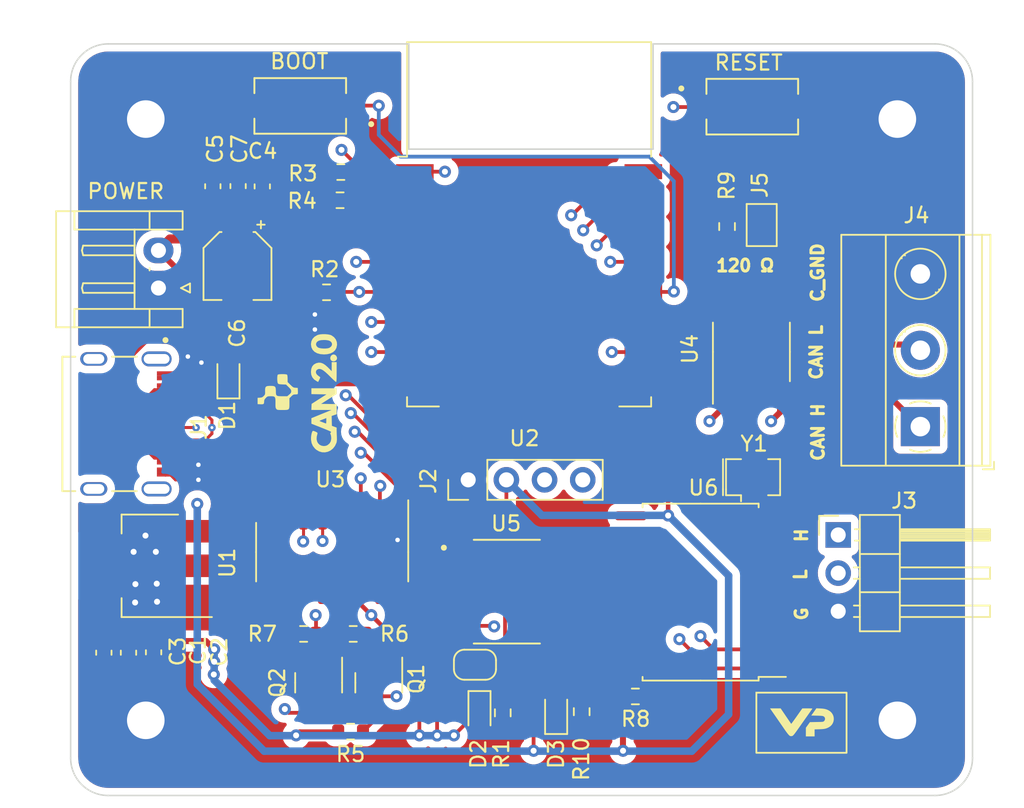
<source format=kicad_pcb>
(kicad_pcb (version 20211014) (generator pcbnew)
  (layers (0 "F.Cu" mixed) (1 "In1.Cu" signal) (2 "In2.Cu" power) (31 "B.Cu" power) (34 "B.Paste" user) (35 "F.Paste" user) (36 "B.SilkS" user "B.Silkscreen") (37 "F.SilkS" user "F.Silkscreen") (38 "B.Mask" user) (39 "F.Mask" user) (44 "Edge.Cuts" user))
  (net 0 "")
  (net 1 "GND")
  (net 2 "+3V3")
  (net 3 "VBUS")
  (net 4 "Net-(J1-PadA4)")
  (net 5 "Net-(D2-Pad1)")
  (net 6 "Net-(D3-Pad1)")
  (net 8 "D+")
  (net 9 "D-")
  (net 13 "GPIO5")
  (net 14 "GPIO4")
  (net 15 "CAN_H")
  (net 16 "CAN_L")
  (net 17 "Net-(JP1-Pad1)")
  (net 18 "DTR")
  (net 19 "Net-(Q1-Pad2)")
  (net 20 "GPIO0")
  (net 21 "RST")
  (net 22 "Net-(Q2-Pad2)")
  (net 23 "RTS")
  (net 24 "GPIO14")
  (net 25 "EN")
  (net 26 "Net-(R8-Pad2)")
  (net 27 "ADC")
  (net 28 "GPIO16")
  (net 29 "GPIO12")
  (net 30 "GPIO13")
  (net 31 "MISO")
  (net 32 "MOSI")
  (net 33 "GPIO15")
  (net 34 "GPIO2")
  (net 35 "GPIO3")
  (net 36 "GPIO1")
  (net 44 "CTX")
  (net 45 "CRX")
  (net 50 "INT")
  (net 51 "SCK")
  (net 52 "CS")
  (net 60 "Net-(U6-Pad7)")
  (net 61 "Net-(U6-Pad8)")
  (net 65 "Net-(J5-Pad1)")
  (footprint "Package_TO_SOT_SMD:SOT-23" (layer "F.Cu") (at 94 117.5 -90)
    (fp_text reference "Q2")
    (fp_text value "S8050")
  )
  (footprint "TerminalBlock_Phoenix:TerminalBlock_Phoenix_MKDS-1,5-3-5.08_1x03_P5.08mm_Horizontal" (layer "F.Cu") (at 134.03 100.46 90)
    (fp_text reference "J4")
    (fp_text value "SCR_CAN")
  )
  (footprint "MountingHole:MountingHole_2.5mm_Pad_TopBottom" (layer "F.Cu") (at 132.5 80)
    (fp_text reference "H4" hide)
    (fp_text value "MountingHole_Pad")
  )
  (footprint "Capacitor_SMD:C_0603_1608Metric" (layer "F.Cu") (at 79.71 115.5 90)
    (fp_text reference "C3")
    (fp_text value "0.1uF")
  )
  (footprint "Resistor_SMD:R_0603_1608Metric" (layer "F.Cu") (at 95.425 85.4 180)
    (fp_text reference "R4")
    (fp_text value "10K")
  )
  (footprint "Jumper:SolderJumper-2_P1.3mm_Open_RoundedPad1.0x1.5mm" (layer "F.Cu") (at 104.4 116.3)
    (fp_text reference "JP1" hide)
    (fp_text value "OE")
  )
  (footprint "Resistor_SMD:R_0603_1608Metric" (layer "F.Cu") (at 95.475 83.525 180)
    (fp_text reference "R3")
    (fp_text value "10K")
  )
  (footprint "Capacitor_SMD:CP_Elec_4x3" (layer "F.Cu") (at 88.6 89.775 -90)
    (fp_text reference "C6")
    (fp_text value "10uFE/16V")
  )
  (footprint "Custom_logos_Footprints:CAN_LOGO" (layer "F.Cu") (at 94.45 98.13 90)
    (fp_text reference "G***" hide)
    (fp_text value "LOGO" hide)
  )
  (footprint "Capacitor_SMD:C_0603_1608Metric" (layer "F.Cu") (at 90.25 84.48 -90)
    (fp_text reference "C4")
    (fp_text value "100nF")
  )
  (footprint "Resistor_SMD:R_0603_1608Metric" (layer "F.Cu") (at 121.17 87.15 90)
    (fp_text reference "R9")
    (fp_text value "120R")
  )
  (footprint "Connector_PinHeader_2.54mm:PinHeader_1x03_P2.54mm_Horizontal" (layer "F.Cu") (at 128.565 107.665)
    (fp_text reference "J3")
    (fp_text value "JUMP_CAN")
  )
  (footprint "Capacitor_SMD:C_0603_1608Metric" (layer "F.Cu") (at 88.64 84.46 90)
    (fp_text reference "C7")
    (fp_text value "0.1uF")
  )
  (footprint "Resistor_SMD:R_0603_1608Metric" (layer "F.Cu") (at 96.125 120.75 180)
    (fp_text reference "R5")
    (fp_text value "10K")
  )
  (footprint "Package_TO_SOT_SMD:SOT-223-3_TabPin2" (layer "F.Cu") (at 82.8 109.72 180)
    (fp_text reference "U1")
    (fp_text value "LD1117S12TR_SOT223")
  )
  (footprint "MountingHole:MountingHole_2.5mm_Pad_TopBottom" (layer "F.Cu") (at 82.5 120)
    (fp_text reference "H2" hide)
    (fp_text value "MountingHole_Pad")
  )
  (footprint "Resistor_SMD:R_0603_1608Metric" (layer "F.Cu") (at 111.5 119.425 -90)
    (fp_text reference "R10")
    (fp_text value "10K")
  )
  (footprint "MountingHole:MountingHole_2.5mm_Pad_TopBottom" (layer "F.Cu") (at 132.5 120)
    (fp_text reference "H3" hide)
    (fp_text value "MountingHole_Pad")
  )
  (footprint "Package_SO:SOIC-16_3.9x9.9mm_P1.27mm" (layer "F.Cu") (at 94.9 108.81 -90)
    (fp_text reference "U3")
    (fp_text value "CH340C")
  )
  (footprint "Diode_SMD:D_0603_1608Metric" (layer "F.Cu") (at 88 97.1 90)
    (fp_text reference "D1")
    (fp_text value "SS34")
  )
  (footprint "Package_SO:SOIC-18W_7.5x11.6mm_P1.27mm" (layer "F.Cu") (at 119.41 111.47 180)
    (fp_text reference "U6")
    (fp_text value "MCP2515-xSO")
  )
  (footprint "LED_SMD:LED_0603_1608Metric" (layer "F.Cu") (at 109.8 119.425 90)
    (fp_text reference "D3")
    (fp_text value "LED")
  )
  (footprint "Connector_PinHeader_2.54mm:PinHeader_1x04_P2.54mm_Vertical" (layer "F.Cu") (at 103.95 104 90)
    (fp_text reference "J2")
    (fp_text value "I2C")
  )
  (footprint "MountingHole:MountingHole_2.5mm_Pad_TopBottom" (layer "F.Cu") (at 82.5 80)
    (fp_text reference "H1" hide)
    (fp_text value "MountingHole_Pad")
  )
  (footprint "Jumper:SolderJumper-2_P1.3mm_Open_TrianglePad1.0x1.5mm" (layer "F.Cu") (at 123.475 87.05 -90)
    (fp_text reference "J5")
    (fp_text value "120R_T")
  )
  (footprint "Custom_Footprints:SW_TS09-63-25-WT-260-SMT-TR" (layer "F.Cu") (at 122.8475 79.175)
    (fp_text reference "RESET")
    (fp_text value "NRST")
  )
  (footprint "Capacitor_SMD:C_0603_1608Metric" (layer "F.Cu") (at 86.96 84.47 90)
    (fp_text reference "C5")
    (fp_text value "0.1uF")
  )
  (footprint "LED_SMD:LED_0603_1608Metric" (layer "F.Cu") (at 104.7 119.5375 -90)
    (fp_text reference "D2")
    (fp_text value "LED")
  )
  (footprint "Connector_JST:JST_EH_S2B-EH_1x02_P2.50mm_Horizontal" (layer "F.Cu") (at 83.3425 91.24 90)
    (fp_text reference "POWER")
    (fp_text value "PW_IN")
  )
  (footprint "Resistor_SMD:R_0603_1608Metric" (layer "F.Cu") (at 96.3 114.25)
    (fp_text reference "R6")
    (fp_text value "10K")
  )
  (footprint "Resistor_SMD:R_0603_1608Metric" (layer "F.Cu") (at 94.525 91.525)
    (fp_text reference "R2")
    (fp_text value "10K")
  )
  (footprint "Resistor_SMD:R_0603_1608Metric" (layer "F.Cu") (at 115.07 118.41)
    (fp_text reference "R8")
    (fp_text value "10K")
  )
  (footprint "Custom_logos_Footprints:DESIGNBY" (layer "F.Cu") (at 126.12 120.16)
    (fp_text reference "G***" hide)
    (fp_text value "LOGO" hide)
  )
  (footprint "Package_SO:SOIC-8_3.9x4.9mm_P1.27mm" (layer "F.Cu") (at 122.79 95.49 90)
    (fp_text reference "U4")
    (fp_text value "TJA1050")
  )
  (footprint "Resistor_SMD:R_0603_1608Metric" (layer "F.Cu") (at 106.25 119.5 90)
    (fp_text reference "R1")
    (fp_text value "10K")
  )
  (footprint "Capacitor_SMD:C_0603_1608Metric" (layer "F.Cu") (at 81.35 115.5 90)
    (fp_text reference "C1")
    (fp_text value "22uF")
  )
  (footprint "Capacitor_SMD:C_0603_1608Metric" (layer "F.Cu") (at 83.02 115.475 90)
    (fp_text reference "C2")
    (fp_text value "10uF")
  )
  (footprint "Custom_Footprints:SW_TS09-63-25-WT-260-SMT-TR" (layer "F.Cu") (at 92.775 79.125 180)
    (fp_text reference "BOOT")
    (fp_text value "BOOT0")
  )
  (footprint "Crystal:Resonator_SMD_Murata_CSTxExxV-3Pin_3.0x1.1mm" (layer "F.Cu") (at 122.9 103.825)
    (fp_text reference "Y1")
    (fp_text value "8MHz/22pF")
  )
  (footprint "Custom_Footprints:VALCON_CSP-USC16-TR" (layer "F.Cu") (at 83.81 100.28075 -90)
    (fp_text reference "J1")
    (fp_text value "USB_C")
  )
  (footprint "Custom_Footprints:SOP65P640X120-20N" (layer "F.Cu") (at 106.52 111.44)
    (fp_text reference "U5")
    (fp_text value "TXB0108PWR")
  )
  (footprint "Package_TO_SOT_SMD:SOT-23" (layer "F.Cu") (at 98 117.5 -90)
    (fp_text reference "Q1")
    (fp_text value "S8050")
  )
  (footprint "RF_Module:ESP-12E" (layer "F.Cu") (at 108 87)
    (fp_text reference "U2")
    (fp_text value "ESP-12F")
  )
  (footprint "Resistor_SMD:R_0603_1608Metric" (layer "F.Cu") (at 93 114.25 180)
    (fp_text reference "R7")
    (fp_text value "10K")
  )
  (gr_line (start 100 75) (end 80 75) (layer "Edge.Cuts") (width 0.1))
  (gr_arc locked (start 80 125) (mid 78.232233 124.267767) (end 77.5 122.5) (layer "Edge.Cuts") (width 0.1))
  (gr_line (start 116.25 75) (end 116.25 82) (layer "Edge.Cuts") (width 0.1))
  (gr_line (start 116.25 75) (end 135 75) (layer "Edge.Cuts") (width 0.1))
  (gr_line (start 100 82) (end 116.25 82) (layer "Edge.Cuts") (width 0.1))
  (gr_arc locked (start 77.5 77.5) (mid 78.232233 75.732233) (end 80 75) (layer "Edge.Cuts") (width 0.1))
  (gr_line (start 100 82) (end 100 75) (layer "Edge.Cuts") (width 0.1))
  (gr_line locked (start 77.5 122.5) (end 77.5 77.5) (layer "Edge.Cuts") (width 0.1))
  (gr_arc locked (start 135 75) (mid 136.767767 75.732233) (end 137.5 77.5) (layer "Edge.Cuts") (width 0.1))
  (gr_line locked (start 137.5 77.5) (end 137.5 122.5) (layer "Edge.Cuts") (width 0.1))
  (gr_arc locked (start 137.5 122.5) (mid 136.767767 124.267767) (end 135 125) (layer "Edge.Cuts") (width 0.1))
  (gr_line locked (start 135 125) (end 80 125) (layer "Edge.Cuts") (width 0.1))
  (gr_text "L" (at 126.06 110.31 90) (layer "F.SilkS") (effects (font (size 0.8 0.8) (thickness 0.2))))
  (gr_text "CAN L\n" (at 127.1 95.52 90) (layer "F.SilkS") (effects (font (size 0.8 0.8) (thickness 0.2))))
  (gr_text "120 Ω" (at 122.38 89.75) (layer "F.SilkS") (effects (font (size 0.8 0.8) (thickness 0.2))))
  (gr_text "G" (at 126.13 112.92 90) (layer "F.SilkS") (effects (font (size 0.8 0.8) (thickness 0.2))))
  (gr_text "H" (at 126.12 107.69 90) (layer "F.SilkS") (effects (font (size 0.8 0.8) (thickness 0.2))))
  (gr_text "C_GND" (at 127.19 90.21 90) (layer "F.SilkS") (effects (font (size 0.8 0.8) (thickness 0.2))))
  (gr_text "CAN H" (at 127.22 100.83 90) (layer "F.SilkS") (effects (font (size 0.8 0.8) (thickness 0.2))))
  (segment (start 83.81 103.33075) (end 84.679022 103.33075) (width 0.25) (layer "F.Cu") (net 1))
  (segment (start 85.3 96.6) (end 84.96925 96.93075) (width 0.2) (layer "F.Cu") (net 1))
  (segment (start 85.3 95.8) (end 85.3 96.6) (width 0.2) (layer "F.Cu") (net 1))
  (segment (start 83.81 103.63075) (end 83.81 103.33075) (width 0.2) (layer "F.Cu") (net 1))
  (segment (start 85.009772 103) (end 86 103) (width 0.25) (layer "F.Cu") (net 1))
  (segment (start 83.81 103.33075) (end 84.47925 104) (width 0.2) (layer "F.Cu") (net 1))
  (segment (start 86.2 96.2) (end 85.16925 97.23075) (width 0.2) (layer "F.Cu") (net 1))
  (segment (start 83.81 103.63075) (end 83.81 103.69) (width 0.2) (layer "F.Cu") (net 1))
  (segment (start 84.47925 104) (end 86 104) (width 0.2) (layer "F.Cu") (net 1))
  (segment (start 84.96925 96.93075) (end 83.81 96.93075) (width 0.2) (layer "F.Cu") (net 1))
  (segment (start 84.679022 103.33075) (end 85.009772 103) (width 0.25) (layer "F.Cu") (net 1))
  (segment (start 85.16925 97.23075) (end 83.81 97.23075) (width 0.2) (layer "F.Cu") (net 1))
  (via (at 86.2 96.2) (size 0.65) (drill 0.3) (layers "F.Cu" "B.Cu") (net 1))
  (via (at 81.81 110.94) (size 0.8) (drill 0.4) (layers "F.Cu" "B.Cu") (net 1))
  (via (at 85.3 95.8) (size 0.65) (drill 0.3) (layers "F.Cu" "B.Cu") (net 1))
  (via (at 86 103) (size 0.65) (drill 0.3) (layers "F.Cu" "B.Cu") (net 1))
  (via (at 81.69 108.79) (size 0.8) (drill 0.4) (layers "F.Cu" "B.Cu") (net 1))
  (via (at 93.75 94) (size 0.65) (drill 0.3) (layers "F.Cu" "B.Cu") (net 1))
  (via (at 99.25 108) (size 0.65) (drill 0.3) (layers "F.Cu" "B.Cu") (net 1))
  (via (at 93.75 93) (size 0.65) (drill 0.3) (layers "F.Cu" "B.Cu") (net 1))
  (via (at 83.25 112.11) (size 0.8) (drill 0.4) (layers "F.Cu" "B.Cu") (net 1))
  (via (at 86 104) (size 0.65) (drill 0.3) (layers "F.Cu" "B.Cu") (net 1))
  (via (at 81.79 112.16) (size 0.8) (drill 0.4) (layers "F.Cu" "B.Cu") (net 1))
  (via (at 83.23 110.91) (size 0.8) (drill 0.4) (layers "F.Cu" "B.Cu") (net 1))
  (via (at 82.48 107.71) (size 0.8) (drill 0.4) (layers "F.Cu" "B.Cu") (net 1))
  (via (at 83.17 108.79) (size 0.8) (drill 0.4) (layers "F.Cu" "B.Cu") (net 1))
  (segment (start 101.88 121.01) (end 101.88 119.87894) (width 0.25) (layer "F.Cu") (net 2))
  (segment (start 82.525 114.725) (end 86.5 114.725) (width 0.4) (layer "F.Cu") (net 2))
  (segment (start 85.95 109.72) (end 87.28 109.72) (width 0.5) (layer "F.Cu") (net 2))
  (segment (start 81.48 109.72) (end 85.95 109.72) (width 0.4) (layer "F.Cu") (net 2))
  (segment (start 87.025 116.95) (end 87.05 116.975) (width 0.4) (layer "F.Cu") (net 2))
  (segment (start 95.535 107.745) (end 95.535 106.335) (width 0.25) (layer "F.Cu") (net 2))
  (segment (start 88.75 108.25) (end 88.75 102.35) (width 0.5) (layer "F.Cu") (net 2))
  (segment (start 100.7 121) (end 100.7 114) (width 0.25) (layer "F.Cu") (net 2))
  (segment (start 106.4 111.386081) (end 106.4 114.95) (width 0.25) (layer "F.Cu") (net 2))
  (segment (start 79.71 114.725) (end 82.525 114.725) (width 0.4) (layer "F.Cu") (net 2))
  (segment (start 106.4 114.95) (end 105.05 116.3) (width 0.25) (layer "F.Cu") (net 2))
  (segment (start 92.4 94.9) (end 95.025 97.525) (width 0.25) (layer "F.Cu") (net 2))
  (segment (start 88.75 102.35) (end 93.575 97.525) (width 0.5) (layer "F.Cu") (net 2))
  (segment (start 100.7 114) (end 99.345 112.645) (width 0.25) (layer "F.Cu") (net 2))
  (segment (start 95.025 97.525) (end 100.375 97.525) (width 0.5) (layer "F.Cu") (net 2))
  (segment (start 93.575 97.525) (end 95.025 97.525) (width 0.5) (layer "F.Cu") (net 2))
  (segment (start 105.05 116.70894) (end 105.05 116.3) (width 0.25) (layer "F.Cu") (net 2))
  (segment (start 87.28 109.72) (end 88.75 108.25) (width 0.5) (layer "F.Cu") (net 2))
  (segment (start 87.05 115.275) (end 87.05 116.1) (width 0.4) (layer "F.Cu") (net 2))
  (segment (start 101.88 119.87894) (end 105.05 116.70894) (width 0.25) (layer "F.Cu") (net 2))
  (segment (start 86.5 114.725) (end 87.05 115.275) (width 0.4) (layer "F.Cu") (net 2))
  (segment (start 94.6 87.1) (end 92.4 89.3) (width 0.25) (layer "F.Cu") (net 2))
  (segment (start 103 121) (end 103.675 120.325) (width 0.25) (layer "F.Cu") (net 2))
  (segment (start 99.345 111.285) (end 99.345 109.805) (width 0.25) (layer "F.Cu") (net 2))
  (segment (start 99.345 112.645) (end 99.345 111.285) (width 0.25) (layer "F.Cu") (net 2))
  (segment (start 92.5 121) (end 92.75 120.75) (width 0.3) (layer "F.Cu") (net 2))
  (segment (start 79.65 109.72) (end 81.48 109.72) (width 0.4) (layer "F.Cu") (net 2))
  (segment (start 87.05 116.925) (end 87.025 116.95) (width 0.4) (layer "F.Cu") (net 2))
  (segment (start 92.75 120.75) (end 95.3 120.75) (width 0.3) (layer "F.Cu") (net 2))
  (segment (start 100.375 97.525) (end 100.4 97.5) (width 0.4) (layer "F.Cu") (net 2))
  (segment (start 94.65 83.525) (end 94.65 85.35) (width 0.25) (layer "F.Cu") (net 2))
  (segment (start 87.05 116.1) (end 87.05 116.925) (width 0.4) (layer "F.Cu") (net 2))
  (segment (start 109.39 109.165) (end 108.621081 109.165) (width 0.25) (layer "F.Cu") (net 2))
  (segment (start 82.995 114.725) (end 83.02 114.7) (width 0.4) (layer "F.Cu") (net 2))
  (segment (start 79.65 109.72) (end 79.65 113.025) (width 0.4) (layer "F.Cu") (net 2))
  (segment (start 92.4 89.3) (end 92.4 94.9) (width 0.25) (layer "F.Cu") (net 2))
  (segment (start 99.345 109.805) (end 98.29 108.75) (width 0.25) (layer "F.Cu") (net 2))
  (segment (start 94.6 85.4) (end 94.6 87.1) (width 0.25) (layer "F.Cu") (net 2))
  (segment (start 79.65 113.025) (end 81.35 114.725) (width 0.4) (layer "F.Cu") (net 2))
  (segment (start 108.621081 109.165) (end 106.4 111.386081) (width 0.25) (layer "F.Cu") (net 2))
  (segment (start 94.65 85.35) (end 94.6 85.4) (width 0.25) (layer "F.Cu") (net 2))
  (segment (start 98.29 108.75) (end 96.54 108.75) (width 0.25) (layer "F.Cu") (net 2))
  (segment (start 96.54 108.75) (end 95.535 107.745) (width 0.25) (layer "F.Cu") (net 2))
  (segment (start 82.525 114.725) (end 82.995 114.725) (width 0.4) (layer "F.Cu") (net 2))
  (segment (start 103.675 120.325) (end 104.7 120.325) (width 0.25) (layer "F.Cu") (net 2))
  (via (at 87.025 116.95) (size 0.8) (drill 0.4) (layers "F.Cu" "B.Cu") (net 2))
  (via (at 103 121) (size 0.8) (drill 0.4) (layers "F.Cu" "B.Cu") (net 2))
  (via (at 87.05 115.275) (size 0.8) (drill 0.4) (layers "F.Cu" "B.Cu") (net 2))
  (via (at 92.5 121) (size 0.8) (drill 0.4) (layers "F.Cu" "B.Cu") (net 2))
  (via (at 101.88 121.01) (size 0.8) (drill 0.4) (layers "F.Cu" "B.Cu") (net 2))
  (via (at 100.7 121) (size 0.8) (drill 0.4) (layers "F.Cu" "B.Cu") (net 2))
  (via (at 87.05 116.1) (size 0.8) (drill 0.4) (layers "F.Cu" "B.Cu") (net 2))
  (segment (start 102.98 121.02) (end 103 121) (width 0.5) (layer "B.Cu") (net 2))
  (segment (start 100.8 121) (end 100.825 121.025) (width 0.5) (layer "B.Cu") (net 2))
  (segment (start 87.075 117.35) (end 90.745 121.02) (width 0.5) (layer "B.Cu") (net 2))
  (segment (start 100.7 121) (end 100.6 121) (width 0.5) (layer "B.Cu") (net 2))
  (segment (start 100.7 121) (end 100.8 121) (width 0.5) (layer "B.Cu") (net 2))
  (segment (start 87.05 115.275) (end 87.05 117.325) (width 0.5) (layer "B.Cu") (net 2))
  (segment (start 90.745 121.02) (end 102.98 121.02) (width 0.5) (layer "B.Cu") (net 2))
  (segment (start 108.3 122.025) (end 108.3 119.4) (width 0.25) (layer "F.Cu") (net 3))
  (segment (start 90.24 85.245) (end 90.25 85.255) (width 0.4) (layer "F.Cu") (net 3))
  (segment (start 114.245 122.02) (end 114.25 122.025) (width 0.25) (layer "F.Cu") (net 3))
  (segment (start 83.505652 107.42) (end 80.775 104.689348) (width 0.4) (layer "F.Cu") (net 3))
  (segment (start 123.44 98.95) (end 117.25 105.14) (width 0.3) (layer "F.Cu") (net 3))
  (segment (start 85.925 107.395) (end 85.95 107.42) (width 0.5) (layer "F.Cu") (net 3))
  (segment (start 104.555 109.165) (end 106.49 107.23) (width 0.25) (layer "F.Cu") (net 3))
  (segment (start 83.65 93.75) (end 86.55 93.75) (width 0.4) (layer "F.Cu") (net 3))
  (segment (start 85.925 105.6) (end 85.925 107.395) (width 0.5) (layer "F.Cu") (net 3))
  (segment (start 114.245 118.41) (end 114.245 122.02) (width 0.4) (layer "F.Cu") (net 3))
  (segment (start 108.3 119.4) (end 109.0625 118.6375) (width 0.25) (layer "F.Cu") (net 3))
  (segment (start 85.05 93.75) (end 85.58 93.22) (width 0.4) (layer "F.Cu") (net 3))
  (segment (start 103.65 109.165) (end 104.555 109.165) (width 0.25) (layer "F.Cu") (net 3))
  (segment (start 123.385 98.025) (end 123.44 98.08) (width 0.3) (layer "F.Cu") (net 3))
  (segment (start 123.44 98.08) (end 123.44 98.95) (width 0.3) (layer "F.Cu") (net 3))
  (segment (start 85.58 93.22) (end 85.58 90.9775) (width 0.4) (layer "F.Cu") (net 3))
  (segment (start 88.64 85.235) (end 88.64 87.57) (width 0.4) (layer "F.Cu") (net 3))
  (segment (start 114.76 117.415) (end 114.76 116.55) (width 0.4) (layer "F.Cu") (net 3))
  (segment (start 106.49 107.23) (end 106.49 104) (width 0.25) (layer "F.Cu") (net 3))
  (segment (start 83.475 93.75) (end 85.05 93.75) (width 0.4) (layer "F.Cu") (net 3))
  (segment (start 80.775 104.689348) (end 80.775 96.45) (width 0.4) (layer "F.Cu") (net 3))
  (segment (start 85.58 90.9775) (end 83.3425 88.74) (width 0.4) (layer "F.Cu") (net 3))
  (segment (start 114.245 118.41) (end 114.245 117.93) (width 0.25) (layer "F.Cu") (net 3))
  (segment (start 85.95 107.42) (end 83.505652 107.42) (width 0.4) (layer "F.Cu") (net 3))
  (segment (start 117.25 105.14) (end 117.25 106.375) (width 0.3) (layer "F.Cu") (net 3))
  (segment (start 88 95.2) (end 88 96.3125) (width 0.4) (layer "F.Cu") (net 3))
  (segment (start 109.0625 118.6375) (end 109.8 118.6375) (width 0.25) (layer "F.Cu") (net 3))
  (segment (start 80.775 96.45) (end 83.475 93.75) (width 0.4) (layer "F.Cu") (net 3))
  (segment (start 114.245 117.93) (end 114.76 117.415) (width 0.4) (layer "F.Cu") (net 3))
  (segment (start 86.55 93.75) (end 88 95.2) (width 0.4) (layer "F.Cu") (net 3))
  (segment (start 86.96 85.245) (end 90.24 85.245) (width 0.4) (layer "F.Cu") (net 3))
  (segment (start 88.6 87.975) (end 84.1075 87.975) (width 0.6) (layer "F.Cu") (net 3))
  (segment (start 84.1075 87.975) (end 83.3425 88.74) (width 0.6) (layer "F.Cu") (net 3))
  (via (at 108.3 122.025) (size 0.8) (drill 0.4) (layers "F.Cu" "B.Cu") (net 3))
  (via (at 117.25 106.375) (size 0.8) (drill 0.4) (layers "F.Cu" "B.Cu") (net 3))
  (via (at 85.925 105.6) (size 0.8) (drill 0.4) (layers "F.Cu" "B.Cu") (net 3))
  (via (at 114.25 122.025) (size 0.8) (drill 0.4) (layers "F.Cu" "B.Cu") (net 3))
  (segment (start 90.375 122.05) (end 85.925 117.6) (width 0.5) (layer "B.Cu") (net 3))
  (segment (start 108.855489 106.365489) (end 117.265489 106.365489) (width 0.5) (layer "B.Cu") (net 3))
  (segment (start 117.265489 106.365489) (end 121.275 110.375) (width 0.5) (layer "B.Cu") (net 3))
  (segment (start 121.275 110.375) (end 121.275 119.6) (width 0.5) (layer "B.Cu") (net 3))
  (segment (start 85.925 117.6) (end 85.925 105.6) (width 0.5) (layer "B.Cu") (net 3))
  (segment (start 118.825 122.05) (end 90.375 122.05) (width 0.5) (layer "B.Cu") (net 3))
  (segment (start 106.49 104) (end 108.855489 106.365489) (width 0.5) (layer "B.Cu") (net 3))
  (segment (start 121.275 119.6) (end 118.825 122.05) (width 0.5) (layer "B.Cu") (net 3))
  (segment (start 87.942761 97.87) (end 83.81 97.87) (width 0.5) (layer "F.Cu") (net 4))
  (segment (start 82.05 101.491477) (end 83.089273 102.53075) (width 0.25) (layer "F.Cu") (net 4))
  (segment (start 83.921239 97.87) (end 83.81 97.981239) (width 0.4) (layer "F.Cu") (net 4))
  (segment (start 88 97.8875) (end 87.942761 97.830261) (width 0.5) (layer "F.Cu") (net 4))
  (segment (start 82.05 99.070023) (end 82.05 101.491477) (width 0.25) (layer "F.Cu") (net 4))
  (segment (start 83.089273 102.53075) (end 83.81 102.53075) (width 0.25) (layer "F.Cu") (net 4))
  (segment (start 83.089273 98.03075) (end 82.05 99.070023) (width 0.25) (layer "F.Cu") (net 4))
  (segment (start 83.81 98.03075) (end 83.089273 98.03075) (width 0.25) (layer "F.Cu") (net 4))
  (segment (start 104.7 118.75) (end 106.175 118.75) (width 0.25) (layer "F.Cu") (net 5))
  (segment (start 106.175 118.75) (end 106.25 118.675) (width 0.25) (layer "F.Cu") (net 5))
  (segment (start 111.4625 120.2125) (end 111.5 120.25) (width 0.25) (layer "F.Cu") (net 6))
  (segment (start 109.8 120.2125) (end 111.4625 120.2125) (width 0.25) (layer "F.Cu") (net 6))
  (segment (start 84.99425 100.03075) (end 83.81 100.03075) (width 0.2) (layer "F.Cu") (net 8))
  (segment (start 86.45 99.575) (end 85.45 99.575) (width 0.2) (layer "F.Cu") (net 8))
  (segment (start 86.9 100.025) (end 86.45 99.575) (width 0.2) (layer "F.Cu") (net 8))
  (segment (start 85.45 99.575) (end 84.99425 100.03075) (width 0.2) (layer "F.Cu") (net 8))
  (segment (start 86.475 101.35) (end 85.45 101.35) (width 0.2) (layer "F.Cu") (net 8))
  (segment (start 85.45 101.35) (end 85.13075 101.03075) (width 0.2) (layer "F.Cu") (net 8))
  (segment (start 86.9 100.525) (end 86.9 100.925) (width 0.2) (layer "F.Cu") (net 8))
  (segment (start 86.9 100.925) (end 86.475 101.35) (width 0.2) (layer "F.Cu") (net 8))
  (segment (start 94.265 106.335) (end 94.265 108.065) (width 0.2) (layer "F.Cu") (net 8))
  (segment (start 86.9 100.525) (end 86.9 100.025) (width 0.2) (layer "F.Cu") (net 8))
  (segment (start 85.13075 101.03075) (end 83.81 101.03075) (width 0.2) (layer "F.Cu") (net 8))
  (segment (start 94.265 108.065) (end 94.26 108.07) (width 0.2) (layer "F.Cu") (net 8))
  (via (at 86.9 100.525) (size 0.5) (drill 0.2) (layers "F.Cu" "B.Cu") (net 8))
  (via (at 94.26 108.07) (size 0.8) (drill 0.4) (layers "F.Cu" "B.Cu") (net 8))
  (segment (start 82.74 100.279772) (end 82.990978 100.53075) (width 0.2) (layer "F.Cu") (net 9))
  (segment (start 83.81 100.53075) (end 83.82075 100.52) (width 0.2) (layer "F.Cu") (net 9))
  (segment (start 85.85 100.525) (end 85.84425 100.53075) (width 0.2) (layer "F.Cu") (net 9))
  (segment (start 92.97 108.1) (end 92.995 108.075) (width 0.2) (layer "F.Cu") (net 9))
  (segment (start 82.74 99.84) (end 82.74 100.279772) (width 0.2) (layer "F.Cu") (net 9))
  (segment (start 83.81 99.53075) (end 83.04925 99.53075) (width 0.2) (layer "F.Cu") (net 9))
  (segment (start 85.8335 100.52) (end 85.84425 100.53075) (width 0.2) (layer "F.Cu") (net 9))
  (segment (start 83.82075 100.52) (end 85.8335 100.52) (width 0.2) (layer "F.Cu") (net 9))
  (segment (start 83.04925 99.53075) (end 82.74 99.84) (width 0.2) (layer "F.Cu") (net 9))
  (segment (start 82.990978 100.53075) (end 83.81 100.53075) (width 0.2) (layer "F.Cu") (net 9))
  (segment (start 92.995 108.075) (end 92.995 106.335) (width 0.2) (layer "F.Cu") (net 9))
  (via (at 85.84425 100.53075) (size 0.5) (drill 0.2) (layers "F.Cu" "B.Cu") (net 9))
  (via (at 92.97 108.1) (size 0.8) (drill 0.4) (layers "F.Cu" "B.Cu") (net 9))
  (segment (start 112.5 88.4) (end 113.4 87.5) (width 0.25) (layer "F.Cu") (net 13))
  (segment (start 113.4 87.5) (end 115.6 87.5) (width 0.25) (layer "F.Cu") (net 13))
  (via (at 112.5 88.4) (size 0.8) (drill 0.4) (layers "F.Cu" "B.Cu") (net 13))
  (segment (start 113.4 89.5) (end 115.6 89.5) (width 0.25) (layer "F.Cu") (net 14))
  (via (at 113.4 89.5) (size 0.8) (drill 0.4) (layers "F.Cu" "B.Cu") (net 14))
  (segment (start 133.98 100.46) (end 134.03 100.46) (width 0.4) (layer "F.Cu") (net 15))
  (segment (start 122.155 93.015) (end 122.155 94.405) (width 0.4) (layer "F.Cu") (net 15))
  (segment (start 121.17 90.045) (end 121.17 87.975) (width 0.25) (layer "F.Cu") (net 15))
  (segment (start 129.5 95.98) (end 133.98 100.46) (width 0.4) (layer "F.Cu") (net 15))
  (segment (start 122.115 90.99) (end 121.17 90.045) (width 0.25) (layer "F.Cu") (net 15))
  (segment (start 122.115 93.075) (end 122.115 90.99) (width 0.25) (layer "F.Cu") (net 15))
  (segment (start 122.155 94.405) (end 123.73 95.98) (width 0.4) (layer "F.Cu") (net 15))
  (segment (start 123.73 95.98) (end 129.5 95.98) (width 0.4) (layer "F.Cu") (net 15))
  (segment (start 123.425 93.391072) (end 123.43 93.396072) (width 0.25) (layer "F.Cu") (net 16))
  (segment (start 123.425 93.015) (end 123.425 94.395) (width 0.4) (layer "F.Cu") (net 16))
  (segment (start 133.65 95) (end 134.03 95.38) (width 0.4) (layer "F.Cu") (net 16))
  (segment (start 123.475 87.775) (end 123.475 92.985) (width 0.25) (layer "F.Cu") (net 16))
  (segment (start 124.03 95) (end 133.65 95) (width 0.4) (layer "F.Cu") (net 16))
  (segment (start 123.425 94.395) (end 124.03 95) (width 0.4) (layer "F.Cu") (net 16))
  (segment (start 103.75 116.3) (end 102 116.3) (width 0.25) (layer "F.Cu") (net 17))
  (segment (start 101.44952 115.74952) (end 101.44952 114.95048) (width 0.25) (layer "F.Cu") (net 17))
  (segment (start 102 116.3) (end 101.44952 115.74952) (width 0.25) (layer "F.Cu") (net 17))
  (segment (start 101.44952 114.95048) (end 102.035 114.365) (width 0.25) (layer "F.Cu") (net 17))
  (segment (start 102.035 114.365) (end 103.65 114.365) (width 0.25) (layer "F.Cu") (net 17))
  (segment (start 96.805 112.305) (end 96.805 111.285) (width 0.3) (layer "F.Cu") (net 18))
  (segment (start 93.825 113.025) (end 93.825 114.25) (width 0.25) (layer "F.Cu") (net 18))
  (segment (start 98.95 114.45) (end 97.5 113) (width 0.3) (layer "F.Cu") (net 18))
  (segment (start 93.8 113) (end 93.825 113.025) (width 0.25) (layer "F.Cu") (net 18))
  (segment (start 98.95 114.8) (end 98.95 114.45) (width 0.3) (layer "F.Cu") (net 18))
  (segment (start 97.5 113) (end 96.805 112.305) (width 0.3) (layer "F.Cu") (net 18))
  (segment (start 98.95 114.8) (end 98.95 116.5625) (width 0.3) (layer "F.Cu") (net 18))
  (via (at 97.5 113) (size 0.8) (drill 0.4) (layers "F.Cu" "B.Cu") (net 18))
  (via (at 93.8 113) (size 0.8) (drill 0.4) (layers "F.Cu" "B.Cu") (net 18))
  (segment (start 97.05 116.5625) (end 97.1 116.5125) (width 0.25) (layer "F.Cu") (net 19))
  (segment (start 97.1 116.5125) (end 97.1 114.275) (width 0.25) (layer "F.Cu") (net 19))
  (segment (start 97.1 114.275) (end 97.075 114.25) (width 0.25) (layer "F.Cu") (net 19))
  (segment (start 96.95 120.75) (end 98 119.7) (width 0.25) (layer "F.Cu") (net 20))
  (segment (start 98 119.7) (end 98 118.4375) (width 0.25) (layer "F.Cu") (net 20))
  (segment (start 99.18 118.4) (end 98.0375 118.4) (width 0.25) (layer "F.Cu") (net 20))
  (segment (start 97.995 79.105) (end 96.755 79.105) (width 0.25) (layer "F.Cu") (net 20))
  (segment (start 98 79.11) (end 97.995 79.105) (width 0.25) (layer "F.Cu") (net 20))
  (segment (start 117.6 91.5) (end 115.6 91.5) (width 0.25) (layer "F.Cu") (net 20))
  (segment (start 117.63 91.47) (end 117.6 91.5) (width 0.25) (layer "F.Cu") (net 20))
  (segment (start 98.0375 118.4) (end 98 118.4375) (width 0.25) (layer "F.Cu") (net 20))
  (via (at 99.18 118.4) (size 0.8) (drill 0.4) (layers "F.Cu" "B.Cu") (net 20))
  (via (at 98 79.11) (size 0.8) (drill 0.4) (layers "F.Cu" "B.Cu") (net 20))
  (via (at 117.63 91.47) (size 0.8) (drill 0.4) (layers "F.Cu" "B.Cu") (net 20))
  (segment (start 99.45 82.5) (end 116 82.5) (width 0.25) (layer "B.Cu") (net 20))
  (segment (start 98 79.11) (end 98 81.05) (width 0.25) (layer "B.Cu") (net 20))
  (segment (start 117.63 84.13) (end 117.63 91.47) (width 0.25) (layer "B.Cu") (net 20))
  (segment (start 116 82.5) (end 117.63 84.13) (width 0.25) (layer "B.Cu") (net 20))
  (segment (start 98 81.05) (end 99.45 82.5) (width 0.25) (layer "B.Cu") (net 20))
  (segment (start 96.3 83.7) (end 96.3 83.625) (width 0.25) (layer "F.Cu") (net 21))
  (segment (start 96.425 83.5) (end 100.4 83.5) (width 0.25) (layer "F.Cu") (net 21))
  (segment (start 94.95 118.896072) (end 94.95 116.5625) (width 0.25) (layer "F.Cu") (net 21))
  (segment (start 100.4 83.5) (end 102.4 83.5) (width 0.25) (layer "F.Cu") (net 21))
  (segment (start 117.6 79.2) (end 119.0725 79.2) (width 0.25) (layer "F.Cu") (net 21))
  (segment (start 119.0725 79.2) (end 119.0975 79.175) (width 0.25) (layer "F.Cu") (net 21))
  (segment (start 91.99952 119.49952) (end 94.346552 119.49952) (width 0.25) (layer "F.Cu") (net 21))
  (segment (start 96.3 82.83) (end 95.52 82.05) (width 0.25) (layer "F.Cu") (net 21))
  (segment (start 96.3 83.625) (end 96.425 83.5) (width 0.25) (layer "F.Cu") (net 21))
  (segment (start 91.75 119.25) (end 91.99952 119.49952) (width 0.25) (layer "F.Cu") (net 21))
  (segment (start 94.346552 119.49952) (end 94.95 118.896072) (width 0.25) (layer "F.Cu") (net 21))
  (segment (start 96.3 83.525) (end 96.3 82.83) (width 0.25) (layer "F.Cu") (net 21))
  (via (at 95.52 82.05) (size 0.8) (drill 0.4) (layers "F.Cu" "B.Cu") (net 21))
  (via (at 102.4 83.5) (size 0.8) (drill 0.4) (layers "F.Cu" "B.Cu") (net 21))
  (via (at 91.75 119.25) (size 0.8) (drill 0.4) (layers "F.Cu" "B.Cu") (net 21))
  (via (at 117.6 79.2) (size 0.8) (drill 0.4) (layers "F.Cu" "B.Cu") (net 21))
  (segment (start 92.175 114.25) (end 92.175 115.6875) (width 0.25) (layer "F.Cu") (net 22))
  (segment (start 92.175 115.6875) (end 93.05 116.5625) (width 0.25) (layer "F.Cu") (net 22))
  (segment (start 95.535 114.19) (end 95.49 114.235) (width 0.25) (layer "F.Cu") (net 23))
  (segment (start 94 115.725) (end 94 118.4375) (width 0.25) (layer "F.Cu") (net 23))
  (segment (start 95.49 114.235) (end 95.49 114.185) (width 0.25) (layer "F.Cu") (net 23))
  (segment (start 95.475 114.25) (end 94 115.725) (width 0.25) (layer "F.Cu") (net 23))
  (segment (start 95.535 111.285) (end 95.535 114.19) (width 0.25) (layer "F.Cu") (net 23))
  (segment (start 101.6 104.9) (end 101.6 110.8) (width 0.25) (layer "F.Cu") (net 24))
  (segment (start 100.4 91.5) (end 95.375 91.5) (width 0.25) (layer "F.Cu") (net 24))
  (segment (start 95.375 91.5) (end 95.35 91.525) (width 0.25) (layer "F.Cu") (net 24))
  (segment (start 101.6 110.8) (end 102.565 111.765) (width 0.25) (layer "F.Cu") (net 24))
  (segment (start 96.137701 99.562299) (end 96.262299 99.562299) (width 0.25) (layer "F.Cu") (net 24))
  (segment (start 102.565 111.765) (end 103.65 111.765) (width 0.25) (layer "F.Cu") (net 24))
  (segment (start 96.262299 99.562299) (end 101.6 104.9) (width 0.25) (layer "F.Cu") (net 24))
  (via (at 96.137701 99.562299) (size 0.8) (drill 0.4) (layers "F.Cu" "B.Cu") (net 24))
  (via (at 96.7 91.5) (size 0.8) (drill 0.4) (layers "F.Cu" "B.Cu") (net 24))
  (segment (start 99.125 87.5) (end 97.025 85.4) (width 0.25) (layer "F.Cu") (net 25))
  (segment (start 100.34 87.56) (end 100.4 87.5) (width 0.25) (layer "F.Cu") (net 25))
  (segment (start 100.4 87.5) (end 99.125 87.5) (width 0.25) (layer "F.Cu") (net 25))
  (segment (start 97.025 85.4) (end 96.25 85.4) (width 0.25) (layer "F.Cu") (net 25))
  (segment (start 117.55 115.95) (end 117.55 117.525) (width 0.3) (layer "F.Cu") (net 26))
  (segment (start 114.76 115.28) (end 115.186072 115.28) (width 0.25) (layer "F.Cu") (net 26))
  (segment (start 115.191072 115.275) (end 116.875 115.275) (width 0.3) (layer "F.Cu") (net 26))
  (segment (start 117.55 117.525) (end 116.665 118.41) (width 0.3) (layer "F.Cu") (net 26))
  (segment (start 116.665 118.41) (end 115.895 118.41) (width 0.3) (layer "F.Cu") (net 26))
  (segment (start 116.875 115.275) (end 117.55 115.95) (width 0.3) (layer "F.Cu") (net 26))
  (segment (start 115.186072 115.28) (end 115.191072 115.275) (width 0.25) (layer "F.Cu") (net 26))
  (segment (start 102.615 111.115) (end 103.65 111.115) (width 0.25) (layer "F.Cu") (net 28))
  (segment (start 95.9745 98.3745) (end 102.1 104.5) (width 0.25) (layer "F.Cu") (net 28))
  (segment (start 95.8 98.3745) (end 95.9745 98.3745) (width 0.25) (layer "F.Cu") (net 28))
  (segment (start 96.5 89.5) (end 100.4 89.5) (width 0.25) (layer "F.Cu") (net 28))
  (segment (start 102.1 104.5) (end 102.1 110.6) (width 0.25) (layer "F.Cu") (net 28))
  (segment (start 102.1 110.6) (end 102.615 111.115) (width 0.25) (layer "F.Cu") (net 28))
  (via (at 95.8 98.3745) (size 0.8) (drill 0.4) (layers "F.Cu" "B.Cu") (net 28))
  (via (at 96.5 89.5) (size 0.8) (drill 0.4) (layers "F.Cu" "B.Cu") (net 28))
  (segment (start 100.5 111.1) (end 102.465 113.065) (width 0.25) (layer "F.Cu") (net 29))
  (segment (start 96.8 102.2) (end 97 102.2) (width 0.25) (layer "F.Cu") (net 29))
  (segment (start 100.5 105.7) (end 100.5 111.1) (width 0.25) (layer "F.Cu") (net 29))
  (segment (start 102.465 113.065) (end 103.65 113.065) (width 0.25) (layer "F.Cu") (net 29))
  (segment (start 97.5 93.5) (end 100.3 93.5) (width 0.25) (layer "F.Cu") (net 29))
  (segment (start 97 102.2) (end 100.5 105.7) (width 0.25) (layer "F.Cu") (net 29))
  (via (at 96.8 102.2) (size 0.8) (drill 0.4) (layers "F.Cu" "B.Cu") (net 29))
  (via (at 97.5 93.5) (size 0.8) (drill 0.4) (layers "F.Cu" "B.Cu") (net 29))
  (segment (start 97.5 95.5) (end 100.4 95.5) (width 0.25) (layer "F.Cu") (net 30))
  (segment (start 101.1 105.3) (end 101.1 111) (width 0.25) (layer "F.Cu") (net 30))
  (segment (start 101.1 111) (end 102.515 112.415) (width 0.25) (layer "F.Cu") (net 30))
  (segment (start 96.4 100.8) (end 96.6 100.8) (width 0.25) (layer "F.Cu") (net 30))
  (segment (start 102.515 112.415) (end 103.65 112.415) (width 0.25) (layer "F.Cu") (net 30))
  (segment (start 96.6 100.8) (end 101.1 105.3) (width 0.25) (layer "F.Cu") (net 30))
  (via (at 96.4 100.8) (size 0.8) (drill 0.4) (layers "F.Cu" "B.Cu") (net 30))
  (via (at 97.5 95.5) (size 0.8) (drill 0.4) (layers "F.Cu" "B.Cu") (net 30))
  (segment (start 114.695 112.675) (end 114.76 112.74) (width 0.25) (layer "F.Cu") (net 31))
  (segment (start 111.035 113.065) (end 111.425 112.675) (width 0.25) (layer "F.Cu") (net 31))
  (segment (start 109.39 113.065) (end 111.035 113.065) (width 0.25) (layer "F.Cu") (net 31))
  (segment (start 111.425 112.675) (end 114.695 112.675) (width 0.25) (layer "F.Cu") (net 31))
  (segment (start 110.935 112.415) (end 111.88 111.47) (width 0.25) (layer "F.Cu") (net 32))
  (segment (start 109.39 112.415) (end 110.935 112.415) (width 0.25) (layer "F.Cu") (net 32))
  (segment (start 111.88 111.47) (end 114.76 111.47) (width 0.25) (layer "F.Cu") (net 32))
  (segment (start 105.6755 113.75) (end 105.6405 113.715) (width 0.25) (layer "F.Cu") (net 33))
  (segment (start 115.6 95.5) (end 113.5 95.5) (width 0.25) (layer "F.Cu") (net 33))
  (segment (start 105.6405 113.715) (end 103.65 113.715) (width 0.25) (layer "F.Cu") (net 33))
  (segment (start 113.25 95.5) (end 113.5 95.5) (width 0.25) (layer "F.Cu") (net 33))
  (via (at 105.6755 113.75) (size 0.8) (drill 0.4) (layers "F.Cu" "B.Cu") (net 33))
  (via (at 113.5 95.5) (size 0.8) (drill 0.4) (layers "F.Cu" "B.Cu") (net 33))
  (segment (start 111.6 87.4) (end 113.5 85.5) (width 0.25) (layer "F.Cu") (net 35))
  (segment (start 98.075 104.425) (end 98.075 106.335) (width 0.25) (layer "F.Cu") (net 35))
  (segment (start 113.5 85.5) (end 115.6 85.5) (width 0.25) (layer "F.Cu") (net 35))
  (segment (start 98.1 104.4) (end 98.075 104.425) (width 0.25) (layer "F.Cu") (net 35))
  (via (at 111.6 87.4) (size 0.8) (drill 0.4) (layers "F.Cu" "B.Cu") (net 35))
  (via (at 98.1 104.4) (size 0.8) (drill 0.4) (layers "F.Cu" "B.Cu") (net 35))
  (segment (start 110.85 86.4) (end 113.75 83.5) (width 0.25) (layer "F.Cu") (net 36))
  (segment (start 110.8 86.4) (end 110.85 86.4) (width 0.25) (layer "F.Cu") (net 36))
  (segment (start 96.8 103.9) (end 96.805 103.905) (width 0.25) (layer "F.Cu") (net 36))
  (segment (start 96.805 103.905) (end 96.805 106.335) (width 0.25) (layer "F.Cu") (net 36))
  (segment (start 113.75 83.5) (end 115.6 83.5) (width 0.25) (layer "F.Cu") (net 36))
  (via (at 110.8 86.4) (size 0.8) (drill 0.4) (layers "F.Cu" "B.Cu") (net 36))
  (via (at 96.8 103.9) (size 0.8) (drill 0.4) (layers "F.Cu" "B.Cu") (net 36))
  (segment (start 119.95 116.55) (end 124.06 116.55) (width 0.25) (layer "F.Cu") (net 44))
  (segment (start 120.885 99.215) (end 120 100.1) (width 0.4) (layer "F.Cu") (net 44))
  (segment (start 120.885 97.965) (end 120.885 99.215) (width 0.4) (layer "F.Cu") (net 44))
  (segment (start 118 114.6) (end 119.95 116.55) (width 0.25) (layer "F.Cu") (net 44))
  (via (at 118 114.6) (size 0.8) (drill 0.4) (layers "F.Cu" "B.Cu") (net 44))
  (via (at 120 100.1) (size 0.8) (drill 0.4) (layers "F.Cu" "B.Cu") (net 44))
  (segment (start 124.06 115.28) (end 120.28 115.28) (width 0.25) (layer "F.Cu") (net 45))
  (segment (start 124.695 97.965) (end 124.695 99.505) (width 0.4) (layer "F.Cu") (net 45))
  (segment (start 120.28 115.28) (end 119.4 114.4) (width 0.25) (layer "F.Cu") (net 45))
  (segment (start 124.695 99.505) (end 124.1 100.1) (width 0.4) (layer "F.Cu") (net 45))
  (via (at 124.1 100.1) (size 0.8) (drill 0.4) (layers "F.Cu" "B.Cu") (net 45))
  (via (at 119.4 114.4) (size 0.8) (drill 0.4) (layers "F.Cu" "B.Cu") (net 45))
  (segment (start 110.158919 111.115) (end 112.343919 108.93) (width 0.25) (layer "F.Cu") (net 50))
  (segment (start 109.39 111.115) (end 110.158919 111.115) (width 0.25) (layer "F.Cu") (net 50))
  (segment (start 112.343919 108.93) (end 114.76 108.93) (width 0.25) (layer "F.Cu") (net 50))
  (segment (start 109.39 111.765) (end 110.535 111.765) (width 0.25) (layer "F.Cu") (net 51))
  (segment (start 110.535 111.765) (end 112.1 110.2) (width 0.25) (layer "F.Cu") (net 51))
  (segment (start 112.1 110.2) (end 114.76 110.2) (width 0.25) (layer "F.Cu") (net 51))
  (segment (start 114.76 114.01) (end 111.285 114.01) (width 0.25) (layer "F.Cu") (net 52))
  (segment (start 110.99 113.715) (end 109.39 113.715) (width 0.25) (layer "F.Cu") (net 52))
  (segment (start 111.285 114.01) (end 110.99 113.715) (width 0.25) (layer "F.Cu") (net 52))
  (segment (start 123.555 102.125) (end 121.45 102.125) (width 0.25) (layer "F.Cu") (net 60))
  (segment (start 120.8 102.775) (end 120.8 107.23) (width 0.25) (layer "F.Cu") (net 60))
  (segment (start 121.45 102.125) (end 120.8 102.775) (width 0.25) (layer "F.Cu") (net 60))
  (segment (start 122.5 108.93) (end 124.06 108.93) (width 0.25) (layer "F.Cu") (net 60))
  (segment (start 124.1 102.67) (end 123.555 102.125) (width 0.25) (layer "F.Cu") (net 60))
  (segment (start 120.8 107.23) (end 122.5 108.93) (width 0.25) (layer "F.Cu") (net 60))
  (segment (start 124.1 103.825) (end 124.1 102.67) (width 0.25) (layer "F.Cu") (net 60))
  (segment (start 121.7 103.825) (end 121.7 106.638036) (width 0.25) (layer "F.Cu") (net 61))
  (segment (start 122.721964 107.66) (end 124.06 107.66) (width 0.25) (layer "F.Cu") (net 61))
  (segment (start 121.7 106.638036) (end 122.721964 107.66) (width 0.25) (layer "F.Cu") (net 61))
  (segment (start 121.17 86.325) (end 123.475 86.325) (width 0.3) (layer "F.Cu") (net 65))
  (zone (net 1) (net_name "GND") (layers "F.Cu" "In1.Cu" "In2.Cu" "B.Cu") (connect_pads yes (clearance 0.508)) (min_thickness 0.254) (fill yes (thermal_gap 0.508) (thermal_bridge_width 0.508))
    (polygon (pts (xy 140.700902 125.84425) (xy 74.450902 124.84425) (xy 74.828493 72.678818) (xy 74.828493 72.078818) (xy 140.928493 72.828818)))
  )
)
</source>
